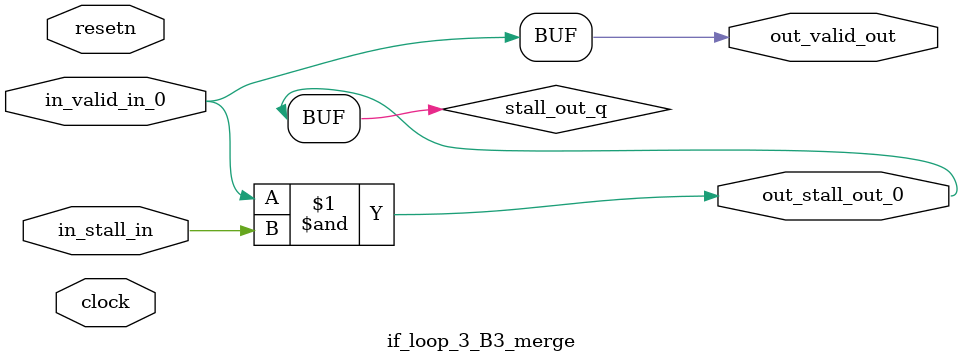
<source format=sv>



(* altera_attribute = "-name AUTO_SHIFT_REGISTER_RECOGNITION OFF; -name MESSAGE_DISABLE 10036; -name MESSAGE_DISABLE 10037; -name MESSAGE_DISABLE 14130; -name MESSAGE_DISABLE 14320; -name MESSAGE_DISABLE 15400; -name MESSAGE_DISABLE 14130; -name MESSAGE_DISABLE 10036; -name MESSAGE_DISABLE 12020; -name MESSAGE_DISABLE 12030; -name MESSAGE_DISABLE 12010; -name MESSAGE_DISABLE 12110; -name MESSAGE_DISABLE 14320; -name MESSAGE_DISABLE 13410; -name MESSAGE_DISABLE 113007; -name MESSAGE_DISABLE 10958" *)
module if_loop_3_B3_merge (
    input wire [0:0] in_stall_in,
    input wire [0:0] in_valid_in_0,
    output wire [0:0] out_stall_out_0,
    output wire [0:0] out_valid_out,
    input wire clock,
    input wire resetn
    );

    wire [0:0] stall_out_q;


    // stall_out(LOGICAL,6)
    assign stall_out_q = in_valid_in_0 & in_stall_in;

    // out_stall_out_0(GPOUT,4)
    assign out_stall_out_0 = stall_out_q;

    // out_valid_out(GPOUT,5)
    assign out_valid_out = in_valid_in_0;

endmodule

</source>
